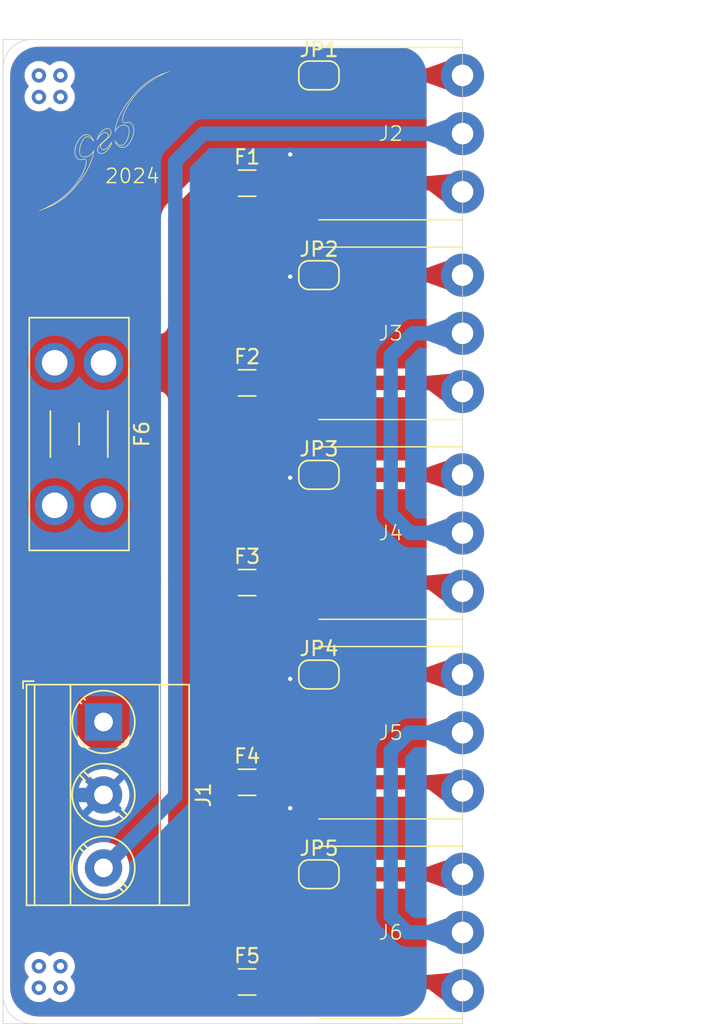
<source format=kicad_pcb>
(kicad_pcb (version 20240108) (generator "pcbnew") (generator_version "8.0")
  (layers (0 "F.Cu" signal) (31 "B.Cu" signal) (34 "B.Paste" user) (35 "F.Paste" user) (36 "B.SilkS" user "B.Silkscreen") (37 "F.SilkS" user "F.Silkscreen") (38 "B.Mask" user) (39 "F.Mask" user) (44 "Edge.Cuts" user))
  (net 0 "")
  (net 1 "Net-(J2-Pin_1)")
  (net 2 "Net-(F1-Pad1)")
  (net 3 "Net-(J3-Pin_1)")
  (net 4 "Net-(J4-Pin_1)")
  (net 5 "Net-(J5-Pin_1)")
  (net 6 "Net-(J6-Pin_1)")
  (net 7 "Net-(J1-Pin_1)")
  (net 8 "Net-(J1-Pin_2)")
  (net 9 "Net-(J1-Pin_3)")
  (net 10 "Net-(J2-Pin_2)")
  (net 11 "Net-(J3-Pin_3)")
  (net 12 "Net-(J3-Pin_2)")
  (net 13 "Net-(J4-Pin_2)")
  (net 14 "Net-(J5-Pin_3)")
  (net 15 "Net-(J5-Pin_2)")
  (net 16 "Net-(J6-Pin_2)")
  (footprint "Fuse:Fuse_1206_3216Metric_Pad1.42x1.75mm_HandSolder" (layer "F.Cu") (at 185 62.5)
    (property "Reference" "F1" (at 0 -1.82 0) (layer "F.SilkS"))
    (property "Value" "Polyfuse")
    (pad "1" smd roundrect (at -1.4875 0) (size 1.425 1.75) (layers "F.Cu" "F.Paste" "F.Mask") (roundrect_rratio 0.1754392982) (net 2 "Net-(F1-Pad1)"))
    (pad "2" smd roundrect (at 1.4875 0) (size 1.425 1.75) (layers "F.Cu" "F.Paste" "F.Mask") (roundrect_rratio 0.1754392982) (net 1 "Net-(J2-Pin_1)"))
  )
  (footprint "Jumper:SolderJumper-2_P1.3mm_Open_RoundedPad1.0x1.5mm" (layer "F.Cu") (at 190 82.8)
    (property "Reference" "JP3" (at 0 -1.8 0) (layer "F.SilkS"))
    (property "Value" "SolderJumper_2_Open")
    (pad "1" smd custom (at -0.65 0) (size 1 0.5) (layers "F.Cu" "F.Mask") (net 8 "Net-(J1-Pin_2)") (options (clearance outline) (anchor rect)) (primitives (gr_circle (center 0 0.25) (end 0.5 0.25) (width 0) (fill yes)) (gr_circle (center 0 -0.25) (end 0.5 -0.25) (width 0) (fill yes)) (gr_poly (pts (xy 0.5 0.75) (xy 0 0.75) (xy 0 -0.75) (xy 0.5 -0.75)) (width 0) (fill yes))))
    (pad "2" smd custom (at 0.65 0) (size 1 0.5) (layers "F.Cu" "F.Mask") (net 13 "Net-(J4-Pin_2)") (options (clearance outline) (anchor rect)) (primitives (gr_circle (center 0 0.25) (end 0.5 0.25) (width 0) (fill yes)) (gr_circle (center 0 -0.25) (end 0.5 -0.25) (width 0) (fill yes)) (gr_poly (pts (xy 0 0.75) (xy -0.5 0.75) (xy -0.5 -0.75) (xy 0 -0.75)) (width 0) (fill yes))))
  )
  (footprint "GebStuff:geblogo" (layer "F.Cu") (at 177 62.5)
    (property "Reference" "2024" (at 0 -0.5 0) (layer "F.SilkS") (effects (font (thickness 0.1))))
    (property "Value" "geblogo")
  )
  (footprint "Fuse:Fuse_1206_3216Metric_Pad1.42x1.75mm_HandSolder" (layer "F.Cu") (at 185 104.2)
    (property "Reference" "F4" (at 0 -1.82 0) (layer "F.SilkS"))
    (property "Value" "Polyfuse")
    (pad "1" smd roundrect (at -1.4875 0) (size 1.425 1.75) (layers "F.Cu" "F.Paste" "F.Mask") (roundrect_rratio 0.1754392982) (net 2 "Net-(F1-Pad1)"))
    (pad "2" smd roundrect (at 1.4875 0) (size 1.425 1.75) (layers "F.Cu" "F.Paste" "F.Mask") (roundrect_rratio 0.1754392982) (net 5 "Net-(J5-Pin_1)"))
  )
  (footprint "Fuse:Fuse_1206_3216Metric_Pad1.42x1.75mm_HandSolder" (layer "F.Cu") (at 185 90.3)
    (property "Reference" "F3" (at 0 -1.82 0) (layer "F.SilkS"))
    (property "Value" "Polyfuse")
    (pad "1" smd roundrect (at -1.4875 0) (size 1.425 1.75) (layers "F.Cu" "F.Paste" "F.Mask") (roundrect_rratio 0.1754392982) (net 2 "Net-(F1-Pad1)"))
    (pad "2" smd roundrect (at 1.4875 0) (size 1.425 1.75) (layers "F.Cu" "F.Paste" "F.Mask") (roundrect_rratio 0.1754392982) (net 4 "Net-(J4-Pin_1)"))
  )
  (footprint "Jumper:SolderJumper-2_P1.3mm_Open_RoundedPad1.0x1.5mm" (layer "F.Cu") (at 190 55)
    (property "Reference" "JP1" (at 0 -1.8 0) (layer "F.SilkS"))
    (property "Value" "SolderJumper_2_Open")
    (pad "1" smd custom (at -0.65 0) (size 1 0.5) (layers "F.Cu" "F.Mask") (net 8 "Net-(J1-Pin_2)") (options (clearance outline) (anchor rect)) (primitives (gr_circle (center 0 0.25) (end 0.5 0.25) (width 0) (fill yes)) (gr_circle (center 0 -0.25) (end 0.5 -0.25) (width 0) (fill yes)) (gr_poly (pts (xy 0.5 0.75) (xy 0 0.75) (xy 0 -0.75) (xy 0.5 -0.75)) (width 0) (fill yes))))
    (pad "2" smd custom (at 0.65 0) (size 1 0.5) (layers "F.Cu" "F.Mask") (net 10 "Net-(J2-Pin_2)") (options (clearance outline) (anchor rect)) (primitives (gr_circle (center 0 0.25) (end 0.5 0.25) (width 0) (fill yes)) (gr_circle (center 0 -0.25) (end 0.5 -0.25) (width 0) (fill yes)) (gr_poly (pts (xy 0 0.75) (xy -0.5 0.75) (xy -0.5 -0.75) (xy 0 -0.75)) (width 0) (fill yes))))
  )
  (footprint "LEDStrips:LED Strip Castlation" (layer "F.Cu") (at 200 91.7)
    (property "Reference" "J5" (at -5 9.05 0) (layer "F.SilkS") (effects (font (thickness 0.1))))
    (property "Value" "Conn_01x03_Pin")
    (pad "1" thru_hole circle (at 0 13.1) (size 3 3) (drill 1.5) (layers "*.Cu" "*.Mask") (net 5 "Net-(J5-Pin_1)"))
    (pad "2" thru_hole circle (at 0 5) (size 3 3) (drill 1.5) (layers "*.Cu" "*.Mask") (net 15 "Net-(J5-Pin_2)"))
    (pad "3" thru_hole circle (at 0 9.05) (size 3 3) (drill 1.5) (layers "*.Cu" "*.Mask") (net 14 "Net-(J5-Pin_3)"))
  )
  (footprint "LEDStrips:LED Strip Castlation" (layer "F.Cu") (at 200 105.6)
    (property "Reference" "J6" (at -5 9.05 0) (layer "F.SilkS") (effects (font (thickness 0.1))))
    (property "Value" "Conn_01x03_Pin")
    (pad "1" thru_hole circle (at 0 13.1) (size 3 3) (drill 1.5) (layers "*.Cu" "*.Mask") (net 6 "Net-(J6-Pin_1)"))
    (pad "2" thru_hole circle (at 0 5) (size 3 3) (drill 1.5) (layers "*.Cu" "*.Mask") (net 16 "Net-(J6-Pin_2)"))
    (pad "3" thru_hole circle (at 0 9.05) (size 3 3) (drill 1.5) (layers "*.Cu" "*.Mask") (net 14 "Net-(J5-Pin_3)"))
  )
  (footprint "TerminalBlock_Phoenix:TerminalBlock_Phoenix_MKDS-3-3-5.08_1x03_P5.08mm_Horizontal" (layer "F.Cu") (at 175 100 -90)
    (property "Reference" "J1" (at 5.08 -6.96 90) (layer "F.SilkS"))
    (property "Value" "Conn_01x03_Socket")
    (pad "1" thru_hole rect (at 0 0 270) (size 2.6 2.6) (drill 1.3) (layers "*.Cu" "*.Mask") (net 7 "Net-(J1-Pin_1)"))
    (pad "2" thru_hole circle (at 5.08 0 270) (size 2.6 2.6) (drill 1.3) (layers "*.Cu" "*.Mask") (net 8 "Net-(J1-Pin_2)"))
    (pad "3" thru_hole circle (at 10.16 0 270) (size 2.6 2.6) (drill 1.3) (layers "*.Cu" "*.Mask") (net 9 "Net-(J1-Pin_3)"))
  )
  (footprint "LEDStrips:LED Strip Castlation" (layer "F.Cu") (at 200 50)
    (property "Reference" "J2" (at -5 9.05 0) (layer "F.SilkS") (effects (font (thickness 0.1))))
    (property "Value" "Conn_01x03_Pin")
    (pad "1" thru_hole circle (at 0 13.1) (size 3 3) (drill 1.5) (layers "*.Cu" "*.Mask") (net 1 "Net-(J2-Pin_1)"))
    (pad "2" thru_hole circle (at 0 5) (size 3 3) (drill 1.5) (layers "*.Cu" "*.Mask") (net 10 "Net-(J2-Pin_2)"))
    (pad "3" thru_hole circle (at 0 9.05) (size 3 3) (drill 1.5) (layers "*.Cu" "*.Mask") (net 9 "Net-(J1-Pin_3)"))
  )
  (footprint "Jumper:SolderJumper-2_P1.3mm_Open_RoundedPad1.0x1.5mm" (layer "F.Cu") (at 190 96.7)
    (property "Reference" "JP4" (at 0 -1.8 0) (layer "F.SilkS"))
    (property "Value" "SolderJumper_2_Open")
    (pad "1" smd custom (at -0.65 0) (size 1 0.5) (layers "F.Cu" "F.Mask") (net 8 "Net-(J1-Pin_2)") (options (clearance outline) (anchor rect)) (primitives (gr_circle (center 0 0.25) (end 0.5 0.25) (width 0) (fill yes)) (gr_circle (center 0 -0.25) (end 0.5 -0.25) (width 0) (fill yes)) (gr_poly (pts (xy 0.5 0.75) (xy 0 0.75) (xy 0 -0.75) (xy 0.5 -0.75)) (width 0) (fill yes))))
    (pad "2" smd custom (at 0.65 0) (size 1 0.5) (layers "F.Cu" "F.Mask") (net 15 "Net-(J5-Pin_2)") (options (clearance outline) (anchor rect)) (primitives (gr_circle (center 0 0.25) (end 0.5 0.25) (width 0) (fill yes)) (gr_circle (center 0 -0.25) (end 0.5 -0.25) (width 0) (fill yes)) (gr_poly (pts (xy 0 0.75) (xy -0.5 0.75) (xy -0.5 -0.75) (xy 0 -0.75)) (width 0) (fill yes))))
  )
  (footprint "LEDStrips:LED Strip Castlation" (layer "F.Cu") (at 200 63.9)
    (property "Reference" "J3" (at -5 9.05 0) (layer "F.SilkS") (effects (font (thickness 0.1))))
    (property "Value" "Conn_01x03_Pin")
    (pad "1" thru_hole circle (at 0 13.1) (size 3 3) (drill 1.5) (layers "*.Cu" "*.Mask") (net 3 "Net-(J3-Pin_1)"))
    (pad "2" thru_hole circle (at 0 5) (size 3 3) (drill 1.5) (layers "*.Cu" "*.Mask") (net 12 "Net-(J3-Pin_2)"))
    (pad "3" thru_hole circle (at 0 9.05) (size 3 3) (drill 1.5) (layers "*.Cu" "*.Mask") (net 11 "Net-(J3-Pin_3)"))
  )
  (footprint "Fuse:Fuse_1206_3216Metric_Pad1.42x1.75mm_HandSolder" (layer "F.Cu") (at 185 118.1)
    (property "Reference" "F5" (at 0 -1.82 0) (layer "F.SilkS"))
    (property "Value" "Polyfuse")
    (pad "1" smd roundrect (at -1.4875 0) (size 1.425 1.75) (layers "F.Cu" "F.Paste" "F.Mask") (roundrect_rratio 0.1754392982) (net 2 "Net-(F1-Pad1)"))
    (pad "2" smd roundrect (at 1.4875 0) (size 1.425 1.75) (layers "F.Cu" "F.Paste" "F.Mask") (roundrect_rratio 0.1754392982) (net 6 "Net-(J6-Pin_1)"))
  )
  (footprint "LEDStrips:LED Strip Castlation" (layer "F.Cu") (at 200 77.8)
    (property "Reference" "J4" (at -5 9.05 0) (layer "F.SilkS") (effects (font (thickness 0.1))))
    (property "Value" "Conn_01x03_Pin")
    (pad "1" thru_hole circle (at 0 13.1) (size 3 3) (drill 1.5) (layers "*.Cu" "*.Mask") (net 4 "Net-(J4-Pin_1)"))
    (pad "2" thru_hole circle (at 0 5) (size 3 3) (drill 1.5) (layers "*.Cu" "*.Mask") (net 13 "Net-(J4-Pin_2)"))
    (pad "3" thru_hole circle (at 0 9.05) (size 3 3) (drill 1.5) (layers "*.Cu" "*.Mask") (net 11 "Net-(J3-Pin_3)"))
  )
  (footprint "Fuse:Fuse_1206_3216Metric_Pad1.42x1.75mm_HandSolder" (layer "F.Cu") (at 185 76.4)
    (property "Reference" "F2" (at 0 -1.82 0) (layer "F.SilkS"))
    (property "Value" "Polyfuse")
    (pad "1" smd roundrect (at -1.4875 0) (size 1.425 1.75) (layers "F.Cu" "F.Paste" "F.Mask") (roundrect_rratio 0.1754392982) (net 2 "Net-(F1-Pad1)"))
    (pad "2" smd roundrect (at 1.4875 0) (size 1.425 1.75) (layers "F.Cu" "F.Paste" "F.Mask") (roundrect_rratio 0.1754392982) (net 3 "Net-(J3-Pin_1)"))
  )
  (footprint "Fuse:Fuseholder_Blade_Mini_Keystone_3568" (layer "F.Cu") (at 175 75 -90)
    (property "Reference" "F6" (at 4.96 -2.67 90) (layer "F.SilkS"))
    (property "Value" "Fuse")
    (pad "1" thru_hole circle (at 0 0 270) (size 2.78 2.78) (drill 1.78) (layers "*.Cu" "*.Mask") (net 2 "Net-(F1-Pad1)"))
    (pad "1" thru_hole circle (at 0 3.4 270) (size 2.78 2.78) (drill 1.78) (layers "*.Cu" "*.Mask") (net 2 "Net-(F1-Pad1)"))
    (pad "2" thru_hole circle (at 9.92 0 270) (size 2.78 2.78) (drill 1.78) (layers "*.Cu" "*.Mask") (net 7 "Net-(J1-Pin_1)"))
    (pad "2" thru_hole circle (at 9.92 3.4 270) (size 2.78 2.78) (drill 1.78) (layers "*.Cu" "*.Mask") (net 7 "Net-(J1-Pin_1)"))
  )
  (footprint "Jumper:SolderJumper-2_P1.3mm_Open_RoundedPad1.0x1.5mm" (layer "F.Cu") (at 190 110.6)
    (property "Reference" "JP5" (at 0 -1.8 0) (layer "F.SilkS"))
    (property "Value" "SolderJumper_2_Open")
    (pad "1" smd custom (at -0.65 0) (size 1 0.5) (layers "F.Cu" "F.Mask") (net 8 "Net-(J1-Pin_2)") (options (clearance outline) (anchor rect)) (primitives (gr_circle (center 0 0.25) (end 0.5 0.25) (width 0) (fill yes)) (gr_circle (center 0 -0.25) (end 0.5 -0.25) (width 0) (fill yes)) (gr_poly (pts (xy 0.5 0.75) (xy 0 0.75) (xy 0 -0.75) (xy 0.5 -0.75)) (width 0) (fill yes))))
    (pad "2" smd custom (at 0.65 0) (size 1 0.5) (layers "F.Cu" "F.Mask") (net 16 "Net-(J6-Pin_2)") (options (clearance outline) (anchor rect)) (primitives (gr_circle (center 0 0.25) (end 0.5 0.25) (width 0) (fill yes)) (gr_circle (center 0 -0.25) (end 0.5 -0.25) (width 0) (fill yes)) (gr_poly (pts (xy 0 0.75) (xy -0.5 0.75) (xy -0.5 -0.75) (xy 0 -0.75)) (width 0) (fill yes))))
  )
  (footprint "Jumper:SolderJumper-2_P1.3mm_Open_RoundedPad1.0x1.5mm" (layer "F.Cu") (at 190 68.9)
    (property "Reference" "JP2" (at 0 -1.8 0) (layer "F.SilkS"))
    (property "Value" "SolderJumper_2_Open")
    (pad "1" smd custom (at -0.65 0) (size 1 0.5) (layers "F.Cu" "F.Mask") (net 8 "Net-(J1-Pin_2)") (options (clearance outline) (anchor rect)) (primitives (gr_circle (center 0 0.25) (end 0.5 0.25) (width 0) (fill yes)) (gr_circle (center 0 -0.25) (end 0.5 -0.25) (width 0) (fill yes)) (gr_poly (pts (xy 0.5 0.75) (xy 0 0.75) (xy 0 -0.75) (xy 0.5 -0.75)) (width 0) (fill yes))))
    (pad "2" smd custom (at 0.65 0) (size 1 0.5) (layers "F.Cu" "F.Mask") (net 12 "Net-(J3-Pin_2)") (options (clearance outline) (anchor rect)) (primitives (gr_circle (center 0 0.25) (end 0.5 0.25) (width 0) (fill yes)) (gr_circle (center 0 -0.25) (end 0.5 -0.25) (width 0) (fill yes)) (gr_poly (pts (xy 0 0.75) (xy -0.5 0.75) (xy -0.5 -0.75) (xy 0 -0.75)) (width 0) (fill yes))))
  )
  (gr_rect (start 168 52.5) (end 200 121) (stroke (width 0.05)) (fill none) (layer "Edge.Cuts"))
  (gr_arc (start 168 54.5) (mid 168.585786 53.085786) (end 170 52.5) (stroke (width 0.05)) (layer "Edge.Cuts"))
  (gr_arc (start 170 121) (mid 168.585786 120.414214) (end 168 119) (stroke (width 0.05)) (layer "Edge.Cuts"))
  (via (at 172 118.5) (size 1) (drill 0.5) (layers "F.Cu" "B.Cu") (net 0))
  (via (at 170.5 117) (size 1) (drill 0.5) (layers "F.Cu" "B.Cu") (net 0))
  (via (at 170.5 55) (size 1) (drill 0.5) (layers "F.Cu" "B.Cu") (net 0))
  (via (at 172 117) (size 1) (drill 0.5) (layers "F.Cu" "B.Cu") (net 0))
  (via (at 170.5 118.5) (size 1) (drill 0.5) (layers "F.Cu" "B.Cu") (net 0))
  (via (at 172 56.5) (size 1) (drill 0.5) (layers "F.Cu" "B.Cu") (net 0))
  (via (at 170.5 56.5) (size 1) (drill 0.5) (layers "F.Cu" "B.Cu") (net 0))
  (via (at 172 55) (size 1) (drill 0.5) (layers "F.Cu" "B.Cu") (net 0))
  (segment (start 199.4 62.5) (end 200 63.1) (width 1) (layer "F.Cu") (net 1))
  (segment (start 186.4875 62.5) (end 199.4 62.5) (width 1) (layer "F.Cu") (net 1))
  (segment (start 183.5125 90.3) (end 180.8 90.3) (width 2) (layer "F.Cu") (net 2))
  (segment (start 183.5125 62.5) (end 183 62.5) (width 2) (layer "F.Cu") (net 2))
  (segment (start 180.5 104) (end 180.5 115) (width 2) (layer "F.Cu") (net 2))
  (segment (start 180.5 115) (end 183.5125 118.0125) (width 2) (layer "F.Cu") (net 2))
  (segment (start 183 62.5) (end 180.5 65) (width 2) (layer "F.Cu") (net 2))
  (segment (start 183.5125 104.2) (end 180.7 104.2) (width 2) (layer "F.Cu") (net 2))
  (segment (start 171.6 75) (end 175 75) (width 4) (layer "F.Cu") (net 2))
  (segment (start 180.5 65) (end 180.5 75) (width 2) (layer "F.Cu") (net 2))
  (segment (start 180.7 104.2) (end 180.5 104) (width 2) (layer "F.Cu") (net 2))
  (segment (start 180.5 90) (end 180.5 104) (width 2) (layer "F.Cu") (net 2))
  (segment (start 180.5 75) (end 180.5 76.5) (width 2) (layer "F.Cu") (net 2))
  (segment (start 180.8 90.3) (end 180.5 90) (width 2) (layer "F.Cu") (net 2))
  (segment (start 183.5125 118.0125) (end 183.5125 118.1) (width 2) (layer "F.Cu") (net 2))
  (segment (start 180.6 76.4) (end 180.5 76.5) (width 2) (layer "F.Cu") (net 2))
  (segment (start 175 75) (end 180.5 75) (width 4) (layer "F.Cu") (net 2))
  (segment (start 180.5 76.5) (end 180.5 90) (width 2) (layer "F.Cu") (net 2))
  (segment (start 183.5125 76.4) (end 180.6 76.4) (width 2) (layer "F.Cu") (net 2))
  (segment (start 199.4 76.4) (end 200 77) (width 1) (layer "F.Cu") (net 3))
  (segment (start 186.4875 76.4) (end 199.4 76.4) (width 1) (layer "F.Cu") (net 3))
  (segment (start 199.4 90.3) (end 200 90.9) (width 1) (layer "F.Cu") (net 4))
  (segment (start 186.4875 90.3) (end 199.4 90.3) (width 1) (layer "F.Cu") (net 4))
  (segment (start 199.4 104.2) (end 200 104.8) (width 1) (layer "F.Cu") (net 5))
  (segment (start 186.4875 104.2) (end 199.4 104.2) (width 1) (layer "F.Cu") (net 5))
  (segment (start 186.4875 118.1) (end 199.4 118.1) (width 1) (layer "F.Cu") (net 6))
  (segment (start 199.4 118.1) (end 200 118.7) (width 1) (layer "F.Cu") (net 6))
  (segment (start 175 100) (end 175 84.92) (width 4) (layer "F.Cu") (net 7))
  (segment (start 171.6 84.92) (end 175 84.92) (width 4) (layer "F.Cu") (net 7))
  (segment (start 189.35 96.7) (end 188.3 96.7) (width 1) (layer "F.Cu") (net 8))
  (segment (start 189.35 68.9) (end 188.1 68.9) (width 1) (layer "F.Cu") (net 8))
  (segment (start 188.2 82.8) (end 188 83) (width 1) (layer "F.Cu") (net 8))
  (segment (start 188 60.5) (end 188 56.35) (width 1) (layer "F.Cu") (net 8))
  (segment (start 188.3 96.7) (end 188 97) (width 1) (layer "F.Cu") (net 8))
  (segment (start 189.35 82.8) (end 188.2 82.8) (width 1) (layer "F.Cu") (net 8))
  (segment (start 188 109.25) (end 189.35 110.6) (width 1) (layer "F.Cu") (net 8))
  (segment (start 188.1 68.9) (end 188 69) (width 1) (layer "F.Cu") (net 8))
  (segment (start 188 56.35) (end 189.35 55) (width 1) (layer "F.Cu") (net 8))
  (segment (start 188 106) (end 188 109.25) (width 1) (layer "F.Cu") (net 8))
  (via (at 188 69) (size 0.6) (drill 0.3) (layers "F.Cu" "B.Cu") (net 8))
  (via (at 188 83) (size 0.6) (drill 0.3) (layers "F.Cu" "B.Cu") (net 8))
  (via (at 188 106) (size 0.6) (drill 0.3) (layers "F.Cu" "B.Cu") (net 8))
  (via (at 188 97) (size 0.6) (drill 0.3) (layers "F.Cu" "B.Cu") (net 8))
  (via (at 188 60.5) (size 0.6) (drill 0.3) (layers "F.Cu" "B.Cu") (net 8))
  (segment (start 188 83) (end 188 97) (width 1) (layer "B.Cu") (net 8))
  (segment (start 188 97) (end 188 106) (width 1) (layer "B.Cu") (net 8))
  (segment (start 173.5 114.5) (end 171.5 112.5) (width 1) (layer "B.Cu") (net 8))
  (segment (start 188 106) (end 179.5 114.5) (width 1) (layer "B.Cu") (net 8))
  (segment (start 171.5 106.5) (end 172.92 105.08) (width 1) (layer "B.Cu") (net 8))
  (segment (start 172.92 105.08) (end 175 105.08) (width 1) (layer "B.Cu") (net 8))
  (segment (start 188 60.5) (end 188 69) (width 1) (layer "B.Cu") (net 8))
  (segment (start 188 69) (end 188 83) (width 1) (layer "B.Cu") (net 8))
  (segment (start 171.5 112.5) (end 171.5 106.5) (width 1) (layer "B.Cu") (net 8))
  (segment (start 179.5 114.5) (end 173.5 114.5) (width 1) (layer "B.Cu") (net 8))
  (segment (start 180 105.16) (end 180 61) (width 1) (layer "B.Cu") (net 9))
  (segment (start 180 61) (end 181.95 59.05) (width 1) (layer "B.Cu") (net 9))
  (segment (start 175 110.16) (end 180 105.16) (width 1) (layer "B.Cu") (net 9))
  (segment (start 181.95 59.05) (end 200 59.05) (width 1) (layer "B.Cu") (net 9))
  (segment (start 190.65 55) (end 199 55) (width 1) (layer "F.Cu") (net 10))
  (segment (start 200 72.95) (end 196.55 72.95) (width 1) (layer "B.Cu") (net 11))
  (segment (start 196.35 86.85) (end 195 85.5) (width 1) (layer "B.Cu") (net 11))
  (segment (start 200 86.85) (end 196.35 86.85) (width 1) (layer "B.Cu") (net 11))
  (segment (start 195 74.5) (end 195 85.5) (width 1) (layer "B.Cu") (net 11))
  (segment (start 196.55 72.95) (end 195 74.5) (width 1) (layer "B.Cu") (net 11))
  (segment (start 190.65 68.9) (end 199 68.9) (width 1) (layer "F.Cu") (net 12))
  (segment (start 190.65 82.8) (end 199 82.8) (width 1) (layer "F.Cu") (net 13))
  (segment (start 200 100.75) (end 196.25 100.75) (width 1) (layer "B.Cu") (net 14))
  (segment (start 196.15 114.65) (end 195 113.5) (width 1) (layer "B.Cu") (net 14))
  (segment (start 196.25 100.75) (end 195 102) (width 1) (layer "B.Cu") (net 14))
  (segment (start 200 114.65) (end 196.15 114.65) (width 1) (layer "B.Cu") (net 14))
  (segment (start 195 113.5) (end 195 102) (width 1) (layer "B.Cu") (net 14))
  (segment (start 200 96.7) (end 190.65 96.7) (width 1) (layer "F.Cu") (net 15))
  (segment (start 200 110.6) (end 190.65 110.6) (width 1) (layer "F.Cu") (net 16))
  (zone (net 7) (net_name "Net-(J1-Pin_1)") (layer "F.Cu") (priority 1) (connect_pads yes (clearance 0.5)) (min_thickness 0.25) (fill yes (thermal_gap 0.5) (thermal_bridge_width 0.5) (smoothing fillet) (radius 1))
    (polygon (pts (xy 173 100) (xy 169.5 85) (xy 177 85) (xy 177 100)))
  )
  (zone (net 8) (net_name "Net-(J1-Pin_2)") (layer "F.Cu") (priority 3) (connect_pads (clearance 0.5)) (min_thickness 0.25) (fill yes (thermal_gap 0.5) (thermal_bridge_width 0.5) (smoothing fillet) (radius 2) (island_removal_mode 2) (island_area_min 10))
    (polygon (pts (xy 197.5 53) (xy 197.5 120.5) (xy 168.5 120.5) (xy 168.5 53)))
  )
  (zone (net 2) (net_name "Net-(F1-Pad1)") (layer "F.Cu") (priority 2) (connect_pads yes (clearance 0.5)) (min_thickness 0.25) (fill yes (thermal_gap 0.5) (thermal_bridge_width 0.5) (smoothing fillet) (radius 1))
    (polygon (pts (xy 175 75) (xy 180 69.5) (xy 180 72) (xy 180 80)))
  )
  (zone (net 2) (net_name "Net-(F1-Pad1)") (layer "F.Cu") (connect_pads (clearance 0.5)) (min_thickness 0.25) (fill yes (thermal_gap 0.5) (thermal_bridge_width 0.5))
    (polygon (pts (xy 180.5 65) (xy 183.5 62.5) (xy 183.5 118) (xy 180.5 114.5)))
  )
  (zone (net 8) (net_name "Net-(J1-Pin_2)") (layer "B.Cu") (priority 4) (connect_pads (clearance 0.5)) (min_thickness 0.25) (fill yes (thermal_gap 0.5) (thermal_bridge_width 0.5) (smoothing fillet) (radius 2) (island_removal_mode 2) (island_area_min 10))
    (polygon (pts (xy 168.5 120.5) (xy 197.5 120.5) (xy 197.5 53) (xy 168.5 53)))
  )
)
</source>
